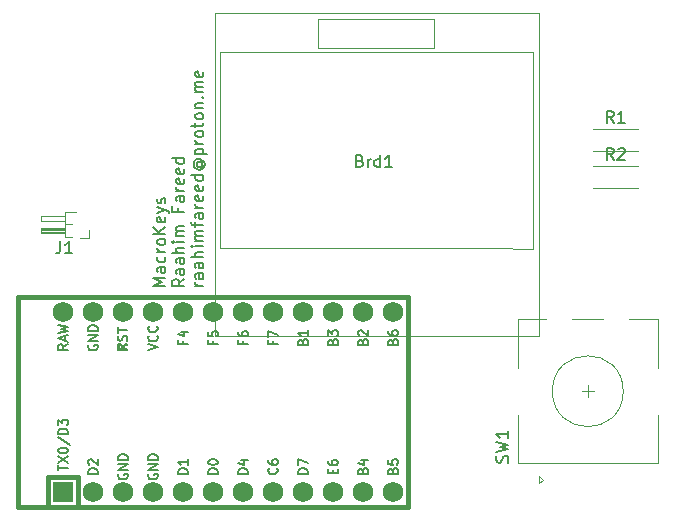
<source format=gbr>
%TF.GenerationSoftware,KiCad,Pcbnew,7.0.10*%
%TF.CreationDate,2024-04-28T13:40:23+05:00*%
%TF.ProjectId,custom_keyboard,63757374-6f6d-45f6-9b65-79626f617264,rev?*%
%TF.SameCoordinates,Original*%
%TF.FileFunction,Legend,Top*%
%TF.FilePolarity,Positive*%
%FSLAX46Y46*%
G04 Gerber Fmt 4.6, Leading zero omitted, Abs format (unit mm)*
G04 Created by KiCad (PCBNEW 7.0.10) date 2024-04-28 13:40:23*
%MOMM*%
%LPD*%
G01*
G04 APERTURE LIST*
%ADD10C,0.150000*%
%ADD11C,0.120000*%
%ADD12C,0.381000*%
%ADD13R,1.752600X1.752600*%
%ADD14C,1.752600*%
G04 APERTURE END LIST*
D10*
X27606069Y-39350720D02*
X26606069Y-39350720D01*
X26606069Y-39350720D02*
X27320354Y-39017387D01*
X27320354Y-39017387D02*
X26606069Y-38684054D01*
X26606069Y-38684054D02*
X27606069Y-38684054D01*
X27606069Y-37779292D02*
X27082259Y-37779292D01*
X27082259Y-37779292D02*
X26987021Y-37826911D01*
X26987021Y-37826911D02*
X26939402Y-37922149D01*
X26939402Y-37922149D02*
X26939402Y-38112625D01*
X26939402Y-38112625D02*
X26987021Y-38207863D01*
X27558450Y-37779292D02*
X27606069Y-37874530D01*
X27606069Y-37874530D02*
X27606069Y-38112625D01*
X27606069Y-38112625D02*
X27558450Y-38207863D01*
X27558450Y-38207863D02*
X27463211Y-38255482D01*
X27463211Y-38255482D02*
X27367973Y-38255482D01*
X27367973Y-38255482D02*
X27272735Y-38207863D01*
X27272735Y-38207863D02*
X27225116Y-38112625D01*
X27225116Y-38112625D02*
X27225116Y-37874530D01*
X27225116Y-37874530D02*
X27177497Y-37779292D01*
X27558450Y-36874530D02*
X27606069Y-36969768D01*
X27606069Y-36969768D02*
X27606069Y-37160244D01*
X27606069Y-37160244D02*
X27558450Y-37255482D01*
X27558450Y-37255482D02*
X27510830Y-37303101D01*
X27510830Y-37303101D02*
X27415592Y-37350720D01*
X27415592Y-37350720D02*
X27129878Y-37350720D01*
X27129878Y-37350720D02*
X27034640Y-37303101D01*
X27034640Y-37303101D02*
X26987021Y-37255482D01*
X26987021Y-37255482D02*
X26939402Y-37160244D01*
X26939402Y-37160244D02*
X26939402Y-36969768D01*
X26939402Y-36969768D02*
X26987021Y-36874530D01*
X27606069Y-36445958D02*
X26939402Y-36445958D01*
X27129878Y-36445958D02*
X27034640Y-36398339D01*
X27034640Y-36398339D02*
X26987021Y-36350720D01*
X26987021Y-36350720D02*
X26939402Y-36255482D01*
X26939402Y-36255482D02*
X26939402Y-36160244D01*
X27606069Y-35684053D02*
X27558450Y-35779291D01*
X27558450Y-35779291D02*
X27510830Y-35826910D01*
X27510830Y-35826910D02*
X27415592Y-35874529D01*
X27415592Y-35874529D02*
X27129878Y-35874529D01*
X27129878Y-35874529D02*
X27034640Y-35826910D01*
X27034640Y-35826910D02*
X26987021Y-35779291D01*
X26987021Y-35779291D02*
X26939402Y-35684053D01*
X26939402Y-35684053D02*
X26939402Y-35541196D01*
X26939402Y-35541196D02*
X26987021Y-35445958D01*
X26987021Y-35445958D02*
X27034640Y-35398339D01*
X27034640Y-35398339D02*
X27129878Y-35350720D01*
X27129878Y-35350720D02*
X27415592Y-35350720D01*
X27415592Y-35350720D02*
X27510830Y-35398339D01*
X27510830Y-35398339D02*
X27558450Y-35445958D01*
X27558450Y-35445958D02*
X27606069Y-35541196D01*
X27606069Y-35541196D02*
X27606069Y-35684053D01*
X27606069Y-34922148D02*
X26606069Y-34922148D01*
X27606069Y-34350720D02*
X27034640Y-34779291D01*
X26606069Y-34350720D02*
X27177497Y-34922148D01*
X27558450Y-33541196D02*
X27606069Y-33636434D01*
X27606069Y-33636434D02*
X27606069Y-33826910D01*
X27606069Y-33826910D02*
X27558450Y-33922148D01*
X27558450Y-33922148D02*
X27463211Y-33969767D01*
X27463211Y-33969767D02*
X27082259Y-33969767D01*
X27082259Y-33969767D02*
X26987021Y-33922148D01*
X26987021Y-33922148D02*
X26939402Y-33826910D01*
X26939402Y-33826910D02*
X26939402Y-33636434D01*
X26939402Y-33636434D02*
X26987021Y-33541196D01*
X26987021Y-33541196D02*
X27082259Y-33493577D01*
X27082259Y-33493577D02*
X27177497Y-33493577D01*
X27177497Y-33493577D02*
X27272735Y-33969767D01*
X26939402Y-33160243D02*
X27606069Y-32922148D01*
X26939402Y-32684053D02*
X27606069Y-32922148D01*
X27606069Y-32922148D02*
X27844164Y-33017386D01*
X27844164Y-33017386D02*
X27891783Y-33065005D01*
X27891783Y-33065005D02*
X27939402Y-33160243D01*
X27558450Y-32350719D02*
X27606069Y-32255481D01*
X27606069Y-32255481D02*
X27606069Y-32065005D01*
X27606069Y-32065005D02*
X27558450Y-31969767D01*
X27558450Y-31969767D02*
X27463211Y-31922148D01*
X27463211Y-31922148D02*
X27415592Y-31922148D01*
X27415592Y-31922148D02*
X27320354Y-31969767D01*
X27320354Y-31969767D02*
X27272735Y-32065005D01*
X27272735Y-32065005D02*
X27272735Y-32207862D01*
X27272735Y-32207862D02*
X27225116Y-32303100D01*
X27225116Y-32303100D02*
X27129878Y-32350719D01*
X27129878Y-32350719D02*
X27082259Y-32350719D01*
X27082259Y-32350719D02*
X26987021Y-32303100D01*
X26987021Y-32303100D02*
X26939402Y-32207862D01*
X26939402Y-32207862D02*
X26939402Y-32065005D01*
X26939402Y-32065005D02*
X26987021Y-31969767D01*
X29216069Y-38779292D02*
X28739878Y-39112625D01*
X29216069Y-39350720D02*
X28216069Y-39350720D01*
X28216069Y-39350720D02*
X28216069Y-38969768D01*
X28216069Y-38969768D02*
X28263688Y-38874530D01*
X28263688Y-38874530D02*
X28311307Y-38826911D01*
X28311307Y-38826911D02*
X28406545Y-38779292D01*
X28406545Y-38779292D02*
X28549402Y-38779292D01*
X28549402Y-38779292D02*
X28644640Y-38826911D01*
X28644640Y-38826911D02*
X28692259Y-38874530D01*
X28692259Y-38874530D02*
X28739878Y-38969768D01*
X28739878Y-38969768D02*
X28739878Y-39350720D01*
X29216069Y-37922149D02*
X28692259Y-37922149D01*
X28692259Y-37922149D02*
X28597021Y-37969768D01*
X28597021Y-37969768D02*
X28549402Y-38065006D01*
X28549402Y-38065006D02*
X28549402Y-38255482D01*
X28549402Y-38255482D02*
X28597021Y-38350720D01*
X29168450Y-37922149D02*
X29216069Y-38017387D01*
X29216069Y-38017387D02*
X29216069Y-38255482D01*
X29216069Y-38255482D02*
X29168450Y-38350720D01*
X29168450Y-38350720D02*
X29073211Y-38398339D01*
X29073211Y-38398339D02*
X28977973Y-38398339D01*
X28977973Y-38398339D02*
X28882735Y-38350720D01*
X28882735Y-38350720D02*
X28835116Y-38255482D01*
X28835116Y-38255482D02*
X28835116Y-38017387D01*
X28835116Y-38017387D02*
X28787497Y-37922149D01*
X29216069Y-37017387D02*
X28692259Y-37017387D01*
X28692259Y-37017387D02*
X28597021Y-37065006D01*
X28597021Y-37065006D02*
X28549402Y-37160244D01*
X28549402Y-37160244D02*
X28549402Y-37350720D01*
X28549402Y-37350720D02*
X28597021Y-37445958D01*
X29168450Y-37017387D02*
X29216069Y-37112625D01*
X29216069Y-37112625D02*
X29216069Y-37350720D01*
X29216069Y-37350720D02*
X29168450Y-37445958D01*
X29168450Y-37445958D02*
X29073211Y-37493577D01*
X29073211Y-37493577D02*
X28977973Y-37493577D01*
X28977973Y-37493577D02*
X28882735Y-37445958D01*
X28882735Y-37445958D02*
X28835116Y-37350720D01*
X28835116Y-37350720D02*
X28835116Y-37112625D01*
X28835116Y-37112625D02*
X28787497Y-37017387D01*
X29216069Y-36541196D02*
X28216069Y-36541196D01*
X29216069Y-36112625D02*
X28692259Y-36112625D01*
X28692259Y-36112625D02*
X28597021Y-36160244D01*
X28597021Y-36160244D02*
X28549402Y-36255482D01*
X28549402Y-36255482D02*
X28549402Y-36398339D01*
X28549402Y-36398339D02*
X28597021Y-36493577D01*
X28597021Y-36493577D02*
X28644640Y-36541196D01*
X29216069Y-35636434D02*
X28549402Y-35636434D01*
X28216069Y-35636434D02*
X28263688Y-35684053D01*
X28263688Y-35684053D02*
X28311307Y-35636434D01*
X28311307Y-35636434D02*
X28263688Y-35588815D01*
X28263688Y-35588815D02*
X28216069Y-35636434D01*
X28216069Y-35636434D02*
X28311307Y-35636434D01*
X29216069Y-35160244D02*
X28549402Y-35160244D01*
X28644640Y-35160244D02*
X28597021Y-35112625D01*
X28597021Y-35112625D02*
X28549402Y-35017387D01*
X28549402Y-35017387D02*
X28549402Y-34874530D01*
X28549402Y-34874530D02*
X28597021Y-34779292D01*
X28597021Y-34779292D02*
X28692259Y-34731673D01*
X28692259Y-34731673D02*
X29216069Y-34731673D01*
X28692259Y-34731673D02*
X28597021Y-34684054D01*
X28597021Y-34684054D02*
X28549402Y-34588816D01*
X28549402Y-34588816D02*
X28549402Y-34445959D01*
X28549402Y-34445959D02*
X28597021Y-34350720D01*
X28597021Y-34350720D02*
X28692259Y-34303101D01*
X28692259Y-34303101D02*
X29216069Y-34303101D01*
X28692259Y-32731673D02*
X28692259Y-33065006D01*
X29216069Y-33065006D02*
X28216069Y-33065006D01*
X28216069Y-33065006D02*
X28216069Y-32588816D01*
X29216069Y-31779292D02*
X28692259Y-31779292D01*
X28692259Y-31779292D02*
X28597021Y-31826911D01*
X28597021Y-31826911D02*
X28549402Y-31922149D01*
X28549402Y-31922149D02*
X28549402Y-32112625D01*
X28549402Y-32112625D02*
X28597021Y-32207863D01*
X29168450Y-31779292D02*
X29216069Y-31874530D01*
X29216069Y-31874530D02*
X29216069Y-32112625D01*
X29216069Y-32112625D02*
X29168450Y-32207863D01*
X29168450Y-32207863D02*
X29073211Y-32255482D01*
X29073211Y-32255482D02*
X28977973Y-32255482D01*
X28977973Y-32255482D02*
X28882735Y-32207863D01*
X28882735Y-32207863D02*
X28835116Y-32112625D01*
X28835116Y-32112625D02*
X28835116Y-31874530D01*
X28835116Y-31874530D02*
X28787497Y-31779292D01*
X29216069Y-31303101D02*
X28549402Y-31303101D01*
X28739878Y-31303101D02*
X28644640Y-31255482D01*
X28644640Y-31255482D02*
X28597021Y-31207863D01*
X28597021Y-31207863D02*
X28549402Y-31112625D01*
X28549402Y-31112625D02*
X28549402Y-31017387D01*
X29168450Y-30303101D02*
X29216069Y-30398339D01*
X29216069Y-30398339D02*
X29216069Y-30588815D01*
X29216069Y-30588815D02*
X29168450Y-30684053D01*
X29168450Y-30684053D02*
X29073211Y-30731672D01*
X29073211Y-30731672D02*
X28692259Y-30731672D01*
X28692259Y-30731672D02*
X28597021Y-30684053D01*
X28597021Y-30684053D02*
X28549402Y-30588815D01*
X28549402Y-30588815D02*
X28549402Y-30398339D01*
X28549402Y-30398339D02*
X28597021Y-30303101D01*
X28597021Y-30303101D02*
X28692259Y-30255482D01*
X28692259Y-30255482D02*
X28787497Y-30255482D01*
X28787497Y-30255482D02*
X28882735Y-30731672D01*
X29168450Y-29445958D02*
X29216069Y-29541196D01*
X29216069Y-29541196D02*
X29216069Y-29731672D01*
X29216069Y-29731672D02*
X29168450Y-29826910D01*
X29168450Y-29826910D02*
X29073211Y-29874529D01*
X29073211Y-29874529D02*
X28692259Y-29874529D01*
X28692259Y-29874529D02*
X28597021Y-29826910D01*
X28597021Y-29826910D02*
X28549402Y-29731672D01*
X28549402Y-29731672D02*
X28549402Y-29541196D01*
X28549402Y-29541196D02*
X28597021Y-29445958D01*
X28597021Y-29445958D02*
X28692259Y-29398339D01*
X28692259Y-29398339D02*
X28787497Y-29398339D01*
X28787497Y-29398339D02*
X28882735Y-29874529D01*
X29216069Y-28541196D02*
X28216069Y-28541196D01*
X29168450Y-28541196D02*
X29216069Y-28636434D01*
X29216069Y-28636434D02*
X29216069Y-28826910D01*
X29216069Y-28826910D02*
X29168450Y-28922148D01*
X29168450Y-28922148D02*
X29120830Y-28969767D01*
X29120830Y-28969767D02*
X29025592Y-29017386D01*
X29025592Y-29017386D02*
X28739878Y-29017386D01*
X28739878Y-29017386D02*
X28644640Y-28969767D01*
X28644640Y-28969767D02*
X28597021Y-28922148D01*
X28597021Y-28922148D02*
X28549402Y-28826910D01*
X28549402Y-28826910D02*
X28549402Y-28636434D01*
X28549402Y-28636434D02*
X28597021Y-28541196D01*
X30826069Y-39350720D02*
X30159402Y-39350720D01*
X30349878Y-39350720D02*
X30254640Y-39303101D01*
X30254640Y-39303101D02*
X30207021Y-39255482D01*
X30207021Y-39255482D02*
X30159402Y-39160244D01*
X30159402Y-39160244D02*
X30159402Y-39065006D01*
X30826069Y-38303101D02*
X30302259Y-38303101D01*
X30302259Y-38303101D02*
X30207021Y-38350720D01*
X30207021Y-38350720D02*
X30159402Y-38445958D01*
X30159402Y-38445958D02*
X30159402Y-38636434D01*
X30159402Y-38636434D02*
X30207021Y-38731672D01*
X30778450Y-38303101D02*
X30826069Y-38398339D01*
X30826069Y-38398339D02*
X30826069Y-38636434D01*
X30826069Y-38636434D02*
X30778450Y-38731672D01*
X30778450Y-38731672D02*
X30683211Y-38779291D01*
X30683211Y-38779291D02*
X30587973Y-38779291D01*
X30587973Y-38779291D02*
X30492735Y-38731672D01*
X30492735Y-38731672D02*
X30445116Y-38636434D01*
X30445116Y-38636434D02*
X30445116Y-38398339D01*
X30445116Y-38398339D02*
X30397497Y-38303101D01*
X30826069Y-37398339D02*
X30302259Y-37398339D01*
X30302259Y-37398339D02*
X30207021Y-37445958D01*
X30207021Y-37445958D02*
X30159402Y-37541196D01*
X30159402Y-37541196D02*
X30159402Y-37731672D01*
X30159402Y-37731672D02*
X30207021Y-37826910D01*
X30778450Y-37398339D02*
X30826069Y-37493577D01*
X30826069Y-37493577D02*
X30826069Y-37731672D01*
X30826069Y-37731672D02*
X30778450Y-37826910D01*
X30778450Y-37826910D02*
X30683211Y-37874529D01*
X30683211Y-37874529D02*
X30587973Y-37874529D01*
X30587973Y-37874529D02*
X30492735Y-37826910D01*
X30492735Y-37826910D02*
X30445116Y-37731672D01*
X30445116Y-37731672D02*
X30445116Y-37493577D01*
X30445116Y-37493577D02*
X30397497Y-37398339D01*
X30826069Y-36922148D02*
X29826069Y-36922148D01*
X30826069Y-36493577D02*
X30302259Y-36493577D01*
X30302259Y-36493577D02*
X30207021Y-36541196D01*
X30207021Y-36541196D02*
X30159402Y-36636434D01*
X30159402Y-36636434D02*
X30159402Y-36779291D01*
X30159402Y-36779291D02*
X30207021Y-36874529D01*
X30207021Y-36874529D02*
X30254640Y-36922148D01*
X30826069Y-36017386D02*
X30159402Y-36017386D01*
X29826069Y-36017386D02*
X29873688Y-36065005D01*
X29873688Y-36065005D02*
X29921307Y-36017386D01*
X29921307Y-36017386D02*
X29873688Y-35969767D01*
X29873688Y-35969767D02*
X29826069Y-36017386D01*
X29826069Y-36017386D02*
X29921307Y-36017386D01*
X30826069Y-35541196D02*
X30159402Y-35541196D01*
X30254640Y-35541196D02*
X30207021Y-35493577D01*
X30207021Y-35493577D02*
X30159402Y-35398339D01*
X30159402Y-35398339D02*
X30159402Y-35255482D01*
X30159402Y-35255482D02*
X30207021Y-35160244D01*
X30207021Y-35160244D02*
X30302259Y-35112625D01*
X30302259Y-35112625D02*
X30826069Y-35112625D01*
X30302259Y-35112625D02*
X30207021Y-35065006D01*
X30207021Y-35065006D02*
X30159402Y-34969768D01*
X30159402Y-34969768D02*
X30159402Y-34826911D01*
X30159402Y-34826911D02*
X30207021Y-34731672D01*
X30207021Y-34731672D02*
X30302259Y-34684053D01*
X30302259Y-34684053D02*
X30826069Y-34684053D01*
X30159402Y-34350720D02*
X30159402Y-33969768D01*
X30826069Y-34207863D02*
X29968926Y-34207863D01*
X29968926Y-34207863D02*
X29873688Y-34160244D01*
X29873688Y-34160244D02*
X29826069Y-34065006D01*
X29826069Y-34065006D02*
X29826069Y-33969768D01*
X30826069Y-33207863D02*
X30302259Y-33207863D01*
X30302259Y-33207863D02*
X30207021Y-33255482D01*
X30207021Y-33255482D02*
X30159402Y-33350720D01*
X30159402Y-33350720D02*
X30159402Y-33541196D01*
X30159402Y-33541196D02*
X30207021Y-33636434D01*
X30778450Y-33207863D02*
X30826069Y-33303101D01*
X30826069Y-33303101D02*
X30826069Y-33541196D01*
X30826069Y-33541196D02*
X30778450Y-33636434D01*
X30778450Y-33636434D02*
X30683211Y-33684053D01*
X30683211Y-33684053D02*
X30587973Y-33684053D01*
X30587973Y-33684053D02*
X30492735Y-33636434D01*
X30492735Y-33636434D02*
X30445116Y-33541196D01*
X30445116Y-33541196D02*
X30445116Y-33303101D01*
X30445116Y-33303101D02*
X30397497Y-33207863D01*
X30826069Y-32731672D02*
X30159402Y-32731672D01*
X30349878Y-32731672D02*
X30254640Y-32684053D01*
X30254640Y-32684053D02*
X30207021Y-32636434D01*
X30207021Y-32636434D02*
X30159402Y-32541196D01*
X30159402Y-32541196D02*
X30159402Y-32445958D01*
X30778450Y-31731672D02*
X30826069Y-31826910D01*
X30826069Y-31826910D02*
X30826069Y-32017386D01*
X30826069Y-32017386D02*
X30778450Y-32112624D01*
X30778450Y-32112624D02*
X30683211Y-32160243D01*
X30683211Y-32160243D02*
X30302259Y-32160243D01*
X30302259Y-32160243D02*
X30207021Y-32112624D01*
X30207021Y-32112624D02*
X30159402Y-32017386D01*
X30159402Y-32017386D02*
X30159402Y-31826910D01*
X30159402Y-31826910D02*
X30207021Y-31731672D01*
X30207021Y-31731672D02*
X30302259Y-31684053D01*
X30302259Y-31684053D02*
X30397497Y-31684053D01*
X30397497Y-31684053D02*
X30492735Y-32160243D01*
X30778450Y-30874529D02*
X30826069Y-30969767D01*
X30826069Y-30969767D02*
X30826069Y-31160243D01*
X30826069Y-31160243D02*
X30778450Y-31255481D01*
X30778450Y-31255481D02*
X30683211Y-31303100D01*
X30683211Y-31303100D02*
X30302259Y-31303100D01*
X30302259Y-31303100D02*
X30207021Y-31255481D01*
X30207021Y-31255481D02*
X30159402Y-31160243D01*
X30159402Y-31160243D02*
X30159402Y-30969767D01*
X30159402Y-30969767D02*
X30207021Y-30874529D01*
X30207021Y-30874529D02*
X30302259Y-30826910D01*
X30302259Y-30826910D02*
X30397497Y-30826910D01*
X30397497Y-30826910D02*
X30492735Y-31303100D01*
X30826069Y-29969767D02*
X29826069Y-29969767D01*
X30778450Y-29969767D02*
X30826069Y-30065005D01*
X30826069Y-30065005D02*
X30826069Y-30255481D01*
X30826069Y-30255481D02*
X30778450Y-30350719D01*
X30778450Y-30350719D02*
X30730830Y-30398338D01*
X30730830Y-30398338D02*
X30635592Y-30445957D01*
X30635592Y-30445957D02*
X30349878Y-30445957D01*
X30349878Y-30445957D02*
X30254640Y-30398338D01*
X30254640Y-30398338D02*
X30207021Y-30350719D01*
X30207021Y-30350719D02*
X30159402Y-30255481D01*
X30159402Y-30255481D02*
X30159402Y-30065005D01*
X30159402Y-30065005D02*
X30207021Y-29969767D01*
X30349878Y-28874529D02*
X30302259Y-28922148D01*
X30302259Y-28922148D02*
X30254640Y-29017386D01*
X30254640Y-29017386D02*
X30254640Y-29112624D01*
X30254640Y-29112624D02*
X30302259Y-29207862D01*
X30302259Y-29207862D02*
X30349878Y-29255481D01*
X30349878Y-29255481D02*
X30445116Y-29303100D01*
X30445116Y-29303100D02*
X30540354Y-29303100D01*
X30540354Y-29303100D02*
X30635592Y-29255481D01*
X30635592Y-29255481D02*
X30683211Y-29207862D01*
X30683211Y-29207862D02*
X30730830Y-29112624D01*
X30730830Y-29112624D02*
X30730830Y-29017386D01*
X30730830Y-29017386D02*
X30683211Y-28922148D01*
X30683211Y-28922148D02*
X30635592Y-28874529D01*
X30254640Y-28874529D02*
X30635592Y-28874529D01*
X30635592Y-28874529D02*
X30683211Y-28826910D01*
X30683211Y-28826910D02*
X30683211Y-28779291D01*
X30683211Y-28779291D02*
X30635592Y-28684052D01*
X30635592Y-28684052D02*
X30540354Y-28636433D01*
X30540354Y-28636433D02*
X30302259Y-28636433D01*
X30302259Y-28636433D02*
X30159402Y-28731672D01*
X30159402Y-28731672D02*
X30064164Y-28874529D01*
X30064164Y-28874529D02*
X30016545Y-29065005D01*
X30016545Y-29065005D02*
X30064164Y-29255481D01*
X30064164Y-29255481D02*
X30159402Y-29398338D01*
X30159402Y-29398338D02*
X30302259Y-29493576D01*
X30302259Y-29493576D02*
X30492735Y-29541195D01*
X30492735Y-29541195D02*
X30683211Y-29493576D01*
X30683211Y-29493576D02*
X30826069Y-29398338D01*
X30826069Y-29398338D02*
X30921307Y-29255481D01*
X30921307Y-29255481D02*
X30968926Y-29065005D01*
X30968926Y-29065005D02*
X30921307Y-28874529D01*
X30921307Y-28874529D02*
X30826069Y-28731672D01*
X30159402Y-28207862D02*
X31159402Y-28207862D01*
X30207021Y-28207862D02*
X30159402Y-28112624D01*
X30159402Y-28112624D02*
X30159402Y-27922148D01*
X30159402Y-27922148D02*
X30207021Y-27826910D01*
X30207021Y-27826910D02*
X30254640Y-27779291D01*
X30254640Y-27779291D02*
X30349878Y-27731672D01*
X30349878Y-27731672D02*
X30635592Y-27731672D01*
X30635592Y-27731672D02*
X30730830Y-27779291D01*
X30730830Y-27779291D02*
X30778450Y-27826910D01*
X30778450Y-27826910D02*
X30826069Y-27922148D01*
X30826069Y-27922148D02*
X30826069Y-28112624D01*
X30826069Y-28112624D02*
X30778450Y-28207862D01*
X30826069Y-27303100D02*
X30159402Y-27303100D01*
X30349878Y-27303100D02*
X30254640Y-27255481D01*
X30254640Y-27255481D02*
X30207021Y-27207862D01*
X30207021Y-27207862D02*
X30159402Y-27112624D01*
X30159402Y-27112624D02*
X30159402Y-27017386D01*
X30826069Y-26541195D02*
X30778450Y-26636433D01*
X30778450Y-26636433D02*
X30730830Y-26684052D01*
X30730830Y-26684052D02*
X30635592Y-26731671D01*
X30635592Y-26731671D02*
X30349878Y-26731671D01*
X30349878Y-26731671D02*
X30254640Y-26684052D01*
X30254640Y-26684052D02*
X30207021Y-26636433D01*
X30207021Y-26636433D02*
X30159402Y-26541195D01*
X30159402Y-26541195D02*
X30159402Y-26398338D01*
X30159402Y-26398338D02*
X30207021Y-26303100D01*
X30207021Y-26303100D02*
X30254640Y-26255481D01*
X30254640Y-26255481D02*
X30349878Y-26207862D01*
X30349878Y-26207862D02*
X30635592Y-26207862D01*
X30635592Y-26207862D02*
X30730830Y-26255481D01*
X30730830Y-26255481D02*
X30778450Y-26303100D01*
X30778450Y-26303100D02*
X30826069Y-26398338D01*
X30826069Y-26398338D02*
X30826069Y-26541195D01*
X30159402Y-25922147D02*
X30159402Y-25541195D01*
X29826069Y-25779290D02*
X30683211Y-25779290D01*
X30683211Y-25779290D02*
X30778450Y-25731671D01*
X30778450Y-25731671D02*
X30826069Y-25636433D01*
X30826069Y-25636433D02*
X30826069Y-25541195D01*
X30826069Y-25065004D02*
X30778450Y-25160242D01*
X30778450Y-25160242D02*
X30730830Y-25207861D01*
X30730830Y-25207861D02*
X30635592Y-25255480D01*
X30635592Y-25255480D02*
X30349878Y-25255480D01*
X30349878Y-25255480D02*
X30254640Y-25207861D01*
X30254640Y-25207861D02*
X30207021Y-25160242D01*
X30207021Y-25160242D02*
X30159402Y-25065004D01*
X30159402Y-25065004D02*
X30159402Y-24922147D01*
X30159402Y-24922147D02*
X30207021Y-24826909D01*
X30207021Y-24826909D02*
X30254640Y-24779290D01*
X30254640Y-24779290D02*
X30349878Y-24731671D01*
X30349878Y-24731671D02*
X30635592Y-24731671D01*
X30635592Y-24731671D02*
X30730830Y-24779290D01*
X30730830Y-24779290D02*
X30778450Y-24826909D01*
X30778450Y-24826909D02*
X30826069Y-24922147D01*
X30826069Y-24922147D02*
X30826069Y-25065004D01*
X30159402Y-24303099D02*
X30826069Y-24303099D01*
X30254640Y-24303099D02*
X30207021Y-24255480D01*
X30207021Y-24255480D02*
X30159402Y-24160242D01*
X30159402Y-24160242D02*
X30159402Y-24017385D01*
X30159402Y-24017385D02*
X30207021Y-23922147D01*
X30207021Y-23922147D02*
X30302259Y-23874528D01*
X30302259Y-23874528D02*
X30826069Y-23874528D01*
X30730830Y-23398337D02*
X30778450Y-23350718D01*
X30778450Y-23350718D02*
X30826069Y-23398337D01*
X30826069Y-23398337D02*
X30778450Y-23445956D01*
X30778450Y-23445956D02*
X30730830Y-23398337D01*
X30730830Y-23398337D02*
X30826069Y-23398337D01*
X30826069Y-22922147D02*
X30159402Y-22922147D01*
X30254640Y-22922147D02*
X30207021Y-22874528D01*
X30207021Y-22874528D02*
X30159402Y-22779290D01*
X30159402Y-22779290D02*
X30159402Y-22636433D01*
X30159402Y-22636433D02*
X30207021Y-22541195D01*
X30207021Y-22541195D02*
X30302259Y-22493576D01*
X30302259Y-22493576D02*
X30826069Y-22493576D01*
X30302259Y-22493576D02*
X30207021Y-22445957D01*
X30207021Y-22445957D02*
X30159402Y-22350719D01*
X30159402Y-22350719D02*
X30159402Y-22207862D01*
X30159402Y-22207862D02*
X30207021Y-22112623D01*
X30207021Y-22112623D02*
X30302259Y-22065004D01*
X30302259Y-22065004D02*
X30826069Y-22065004D01*
X30778450Y-21207862D02*
X30826069Y-21303100D01*
X30826069Y-21303100D02*
X30826069Y-21493576D01*
X30826069Y-21493576D02*
X30778450Y-21588814D01*
X30778450Y-21588814D02*
X30683211Y-21636433D01*
X30683211Y-21636433D02*
X30302259Y-21636433D01*
X30302259Y-21636433D02*
X30207021Y-21588814D01*
X30207021Y-21588814D02*
X30159402Y-21493576D01*
X30159402Y-21493576D02*
X30159402Y-21303100D01*
X30159402Y-21303100D02*
X30207021Y-21207862D01*
X30207021Y-21207862D02*
X30302259Y-21160243D01*
X30302259Y-21160243D02*
X30397497Y-21160243D01*
X30397497Y-21160243D02*
X30492735Y-21636433D01*
X65555833Y-28697319D02*
X65222500Y-28221128D01*
X64984405Y-28697319D02*
X64984405Y-27697319D01*
X64984405Y-27697319D02*
X65365357Y-27697319D01*
X65365357Y-27697319D02*
X65460595Y-27744938D01*
X65460595Y-27744938D02*
X65508214Y-27792557D01*
X65508214Y-27792557D02*
X65555833Y-27887795D01*
X65555833Y-27887795D02*
X65555833Y-28030652D01*
X65555833Y-28030652D02*
X65508214Y-28125890D01*
X65508214Y-28125890D02*
X65460595Y-28173509D01*
X65460595Y-28173509D02*
X65365357Y-28221128D01*
X65365357Y-28221128D02*
X64984405Y-28221128D01*
X65936786Y-27792557D02*
X65984405Y-27744938D01*
X65984405Y-27744938D02*
X66079643Y-27697319D01*
X66079643Y-27697319D02*
X66317738Y-27697319D01*
X66317738Y-27697319D02*
X66412976Y-27744938D01*
X66412976Y-27744938D02*
X66460595Y-27792557D01*
X66460595Y-27792557D02*
X66508214Y-27887795D01*
X66508214Y-27887795D02*
X66508214Y-27983033D01*
X66508214Y-27983033D02*
X66460595Y-28125890D01*
X66460595Y-28125890D02*
X65889167Y-28697319D01*
X65889167Y-28697319D02*
X66508214Y-28697319D01*
X65555833Y-25547319D02*
X65222500Y-25071128D01*
X64984405Y-25547319D02*
X64984405Y-24547319D01*
X64984405Y-24547319D02*
X65365357Y-24547319D01*
X65365357Y-24547319D02*
X65460595Y-24594938D01*
X65460595Y-24594938D02*
X65508214Y-24642557D01*
X65508214Y-24642557D02*
X65555833Y-24737795D01*
X65555833Y-24737795D02*
X65555833Y-24880652D01*
X65555833Y-24880652D02*
X65508214Y-24975890D01*
X65508214Y-24975890D02*
X65460595Y-25023509D01*
X65460595Y-25023509D02*
X65365357Y-25071128D01*
X65365357Y-25071128D02*
X64984405Y-25071128D01*
X66508214Y-25547319D02*
X65936786Y-25547319D01*
X66222500Y-25547319D02*
X66222500Y-24547319D01*
X66222500Y-24547319D02*
X66127262Y-24690176D01*
X66127262Y-24690176D02*
X66032024Y-24785414D01*
X66032024Y-24785414D02*
X65936786Y-24833033D01*
X44077083Y-28760009D02*
X44219940Y-28807628D01*
X44219940Y-28807628D02*
X44267559Y-28855247D01*
X44267559Y-28855247D02*
X44315178Y-28950485D01*
X44315178Y-28950485D02*
X44315178Y-29093342D01*
X44315178Y-29093342D02*
X44267559Y-29188580D01*
X44267559Y-29188580D02*
X44219940Y-29236200D01*
X44219940Y-29236200D02*
X44124702Y-29283819D01*
X44124702Y-29283819D02*
X43743750Y-29283819D01*
X43743750Y-29283819D02*
X43743750Y-28283819D01*
X43743750Y-28283819D02*
X44077083Y-28283819D01*
X44077083Y-28283819D02*
X44172321Y-28331438D01*
X44172321Y-28331438D02*
X44219940Y-28379057D01*
X44219940Y-28379057D02*
X44267559Y-28474295D01*
X44267559Y-28474295D02*
X44267559Y-28569533D01*
X44267559Y-28569533D02*
X44219940Y-28664771D01*
X44219940Y-28664771D02*
X44172321Y-28712390D01*
X44172321Y-28712390D02*
X44077083Y-28760009D01*
X44077083Y-28760009D02*
X43743750Y-28760009D01*
X44743750Y-29283819D02*
X44743750Y-28617152D01*
X44743750Y-28807628D02*
X44791369Y-28712390D01*
X44791369Y-28712390D02*
X44838988Y-28664771D01*
X44838988Y-28664771D02*
X44934226Y-28617152D01*
X44934226Y-28617152D02*
X45029464Y-28617152D01*
X45791369Y-29283819D02*
X45791369Y-28283819D01*
X45791369Y-29236200D02*
X45696131Y-29283819D01*
X45696131Y-29283819D02*
X45505655Y-29283819D01*
X45505655Y-29283819D02*
X45410417Y-29236200D01*
X45410417Y-29236200D02*
X45362798Y-29188580D01*
X45362798Y-29188580D02*
X45315179Y-29093342D01*
X45315179Y-29093342D02*
X45315179Y-28807628D01*
X45315179Y-28807628D02*
X45362798Y-28712390D01*
X45362798Y-28712390D02*
X45410417Y-28664771D01*
X45410417Y-28664771D02*
X45505655Y-28617152D01*
X45505655Y-28617152D02*
X45696131Y-28617152D01*
X45696131Y-28617152D02*
X45791369Y-28664771D01*
X46791369Y-29283819D02*
X46219941Y-29283819D01*
X46505655Y-29283819D02*
X46505655Y-28283819D01*
X46505655Y-28283819D02*
X46410417Y-28426676D01*
X46410417Y-28426676D02*
X46315179Y-28521914D01*
X46315179Y-28521914D02*
X46219941Y-28569533D01*
X56588450Y-54308332D02*
X56636069Y-54165475D01*
X56636069Y-54165475D02*
X56636069Y-53927380D01*
X56636069Y-53927380D02*
X56588450Y-53832142D01*
X56588450Y-53832142D02*
X56540830Y-53784523D01*
X56540830Y-53784523D02*
X56445592Y-53736904D01*
X56445592Y-53736904D02*
X56350354Y-53736904D01*
X56350354Y-53736904D02*
X56255116Y-53784523D01*
X56255116Y-53784523D02*
X56207497Y-53832142D01*
X56207497Y-53832142D02*
X56159878Y-53927380D01*
X56159878Y-53927380D02*
X56112259Y-54117856D01*
X56112259Y-54117856D02*
X56064640Y-54213094D01*
X56064640Y-54213094D02*
X56017021Y-54260713D01*
X56017021Y-54260713D02*
X55921783Y-54308332D01*
X55921783Y-54308332D02*
X55826545Y-54308332D01*
X55826545Y-54308332D02*
X55731307Y-54260713D01*
X55731307Y-54260713D02*
X55683688Y-54213094D01*
X55683688Y-54213094D02*
X55636069Y-54117856D01*
X55636069Y-54117856D02*
X55636069Y-53879761D01*
X55636069Y-53879761D02*
X55683688Y-53736904D01*
X55636069Y-53403570D02*
X56636069Y-53165475D01*
X56636069Y-53165475D02*
X55921783Y-52974999D01*
X55921783Y-52974999D02*
X56636069Y-52784523D01*
X56636069Y-52784523D02*
X55636069Y-52546428D01*
X56636069Y-51641666D02*
X56636069Y-52213094D01*
X56636069Y-51927380D02*
X55636069Y-51927380D01*
X55636069Y-51927380D02*
X55778926Y-52022618D01*
X55778926Y-52022618D02*
X55874164Y-52117856D01*
X55874164Y-52117856D02*
X55921783Y-52213094D01*
X41776247Y-44075309D02*
X41814342Y-43961023D01*
X41814342Y-43961023D02*
X41852438Y-43922928D01*
X41852438Y-43922928D02*
X41928628Y-43884832D01*
X41928628Y-43884832D02*
X42042914Y-43884832D01*
X42042914Y-43884832D02*
X42119104Y-43922928D01*
X42119104Y-43922928D02*
X42157200Y-43961023D01*
X42157200Y-43961023D02*
X42195295Y-44037213D01*
X42195295Y-44037213D02*
X42195295Y-44341975D01*
X42195295Y-44341975D02*
X41395295Y-44341975D01*
X41395295Y-44341975D02*
X41395295Y-44075309D01*
X41395295Y-44075309D02*
X41433390Y-43999118D01*
X41433390Y-43999118D02*
X41471485Y-43961023D01*
X41471485Y-43961023D02*
X41547676Y-43922928D01*
X41547676Y-43922928D02*
X41623866Y-43922928D01*
X41623866Y-43922928D02*
X41700057Y-43961023D01*
X41700057Y-43961023D02*
X41738152Y-43999118D01*
X41738152Y-43999118D02*
X41776247Y-44075309D01*
X41776247Y-44075309D02*
X41776247Y-44341975D01*
X41395295Y-43618166D02*
X41395295Y-43122928D01*
X41395295Y-43122928D02*
X41700057Y-43389594D01*
X41700057Y-43389594D02*
X41700057Y-43275309D01*
X41700057Y-43275309D02*
X41738152Y-43199118D01*
X41738152Y-43199118D02*
X41776247Y-43161023D01*
X41776247Y-43161023D02*
X41852438Y-43122928D01*
X41852438Y-43122928D02*
X42042914Y-43122928D01*
X42042914Y-43122928D02*
X42119104Y-43161023D01*
X42119104Y-43161023D02*
X42157200Y-43199118D01*
X42157200Y-43199118D02*
X42195295Y-43275309D01*
X42195295Y-43275309D02*
X42195295Y-43503880D01*
X42195295Y-43503880D02*
X42157200Y-43580071D01*
X42157200Y-43580071D02*
X42119104Y-43618166D01*
X31616247Y-44018166D02*
X31616247Y-44284832D01*
X32035295Y-44284832D02*
X31235295Y-44284832D01*
X31235295Y-44284832D02*
X31235295Y-43903880D01*
X31235295Y-43218166D02*
X31235295Y-43599118D01*
X31235295Y-43599118D02*
X31616247Y-43637214D01*
X31616247Y-43637214D02*
X31578152Y-43599118D01*
X31578152Y-43599118D02*
X31540057Y-43522928D01*
X31540057Y-43522928D02*
X31540057Y-43332452D01*
X31540057Y-43332452D02*
X31578152Y-43256261D01*
X31578152Y-43256261D02*
X31616247Y-43218166D01*
X31616247Y-43218166D02*
X31692438Y-43180071D01*
X31692438Y-43180071D02*
X31882914Y-43180071D01*
X31882914Y-43180071D02*
X31959104Y-43218166D01*
X31959104Y-43218166D02*
X31997200Y-43256261D01*
X31997200Y-43256261D02*
X32035295Y-43332452D01*
X32035295Y-43332452D02*
X32035295Y-43522928D01*
X32035295Y-43522928D02*
X31997200Y-43599118D01*
X31997200Y-43599118D02*
X31959104Y-43637214D01*
X19335295Y-44303880D02*
X18954342Y-44570547D01*
X19335295Y-44761023D02*
X18535295Y-44761023D01*
X18535295Y-44761023D02*
X18535295Y-44456261D01*
X18535295Y-44456261D02*
X18573390Y-44380071D01*
X18573390Y-44380071D02*
X18611485Y-44341976D01*
X18611485Y-44341976D02*
X18687676Y-44303880D01*
X18687676Y-44303880D02*
X18801961Y-44303880D01*
X18801961Y-44303880D02*
X18878152Y-44341976D01*
X18878152Y-44341976D02*
X18916247Y-44380071D01*
X18916247Y-44380071D02*
X18954342Y-44456261D01*
X18954342Y-44456261D02*
X18954342Y-44761023D01*
X19106723Y-43999119D02*
X19106723Y-43618166D01*
X19335295Y-44075309D02*
X18535295Y-43808642D01*
X18535295Y-43808642D02*
X19335295Y-43541976D01*
X18535295Y-43351500D02*
X19335295Y-43161024D01*
X19335295Y-43161024D02*
X18763866Y-43008643D01*
X18763866Y-43008643D02*
X19335295Y-42856262D01*
X19335295Y-42856262D02*
X18535295Y-42665786D01*
X34156247Y-44018166D02*
X34156247Y-44284832D01*
X34575295Y-44284832D02*
X33775295Y-44284832D01*
X33775295Y-44284832D02*
X33775295Y-43903880D01*
X33775295Y-43256261D02*
X33775295Y-43408642D01*
X33775295Y-43408642D02*
X33813390Y-43484833D01*
X33813390Y-43484833D02*
X33851485Y-43522928D01*
X33851485Y-43522928D02*
X33965771Y-43599118D01*
X33965771Y-43599118D02*
X34118152Y-43637214D01*
X34118152Y-43637214D02*
X34422914Y-43637214D01*
X34422914Y-43637214D02*
X34499104Y-43599118D01*
X34499104Y-43599118D02*
X34537200Y-43561023D01*
X34537200Y-43561023D02*
X34575295Y-43484833D01*
X34575295Y-43484833D02*
X34575295Y-43332452D01*
X34575295Y-43332452D02*
X34537200Y-43256261D01*
X34537200Y-43256261D02*
X34499104Y-43218166D01*
X34499104Y-43218166D02*
X34422914Y-43180071D01*
X34422914Y-43180071D02*
X34232438Y-43180071D01*
X34232438Y-43180071D02*
X34156247Y-43218166D01*
X34156247Y-43218166D02*
X34118152Y-43256261D01*
X34118152Y-43256261D02*
X34080057Y-43332452D01*
X34080057Y-43332452D02*
X34080057Y-43484833D01*
X34080057Y-43484833D02*
X34118152Y-43561023D01*
X34118152Y-43561023D02*
X34156247Y-43599118D01*
X34156247Y-43599118D02*
X34232438Y-43637214D01*
X29495295Y-55263975D02*
X28695295Y-55263975D01*
X28695295Y-55263975D02*
X28695295Y-55073499D01*
X28695295Y-55073499D02*
X28733390Y-54959213D01*
X28733390Y-54959213D02*
X28809580Y-54883023D01*
X28809580Y-54883023D02*
X28885771Y-54844928D01*
X28885771Y-54844928D02*
X29038152Y-54806832D01*
X29038152Y-54806832D02*
X29152438Y-54806832D01*
X29152438Y-54806832D02*
X29304819Y-54844928D01*
X29304819Y-54844928D02*
X29381009Y-54883023D01*
X29381009Y-54883023D02*
X29457200Y-54959213D01*
X29457200Y-54959213D02*
X29495295Y-55073499D01*
X29495295Y-55073499D02*
X29495295Y-55263975D01*
X29495295Y-54044928D02*
X29495295Y-54502071D01*
X29495295Y-54273499D02*
X28695295Y-54273499D01*
X28695295Y-54273499D02*
X28809580Y-54349690D01*
X28809580Y-54349690D02*
X28885771Y-54425880D01*
X28885771Y-54425880D02*
X28923866Y-54502071D01*
X34575295Y-55263975D02*
X33775295Y-55263975D01*
X33775295Y-55263975D02*
X33775295Y-55073499D01*
X33775295Y-55073499D02*
X33813390Y-54959213D01*
X33813390Y-54959213D02*
X33889580Y-54883023D01*
X33889580Y-54883023D02*
X33965771Y-54844928D01*
X33965771Y-54844928D02*
X34118152Y-54806832D01*
X34118152Y-54806832D02*
X34232438Y-54806832D01*
X34232438Y-54806832D02*
X34384819Y-54844928D01*
X34384819Y-54844928D02*
X34461009Y-54883023D01*
X34461009Y-54883023D02*
X34537200Y-54959213D01*
X34537200Y-54959213D02*
X34575295Y-55073499D01*
X34575295Y-55073499D02*
X34575295Y-55263975D01*
X34041961Y-54121118D02*
X34575295Y-54121118D01*
X33737200Y-54311594D02*
X34308628Y-54502071D01*
X34308628Y-54502071D02*
X34308628Y-54006832D01*
X41776247Y-55225880D02*
X41776247Y-54959214D01*
X42195295Y-54844928D02*
X42195295Y-55225880D01*
X42195295Y-55225880D02*
X41395295Y-55225880D01*
X41395295Y-55225880D02*
X41395295Y-54844928D01*
X41395295Y-54159213D02*
X41395295Y-54311594D01*
X41395295Y-54311594D02*
X41433390Y-54387785D01*
X41433390Y-54387785D02*
X41471485Y-54425880D01*
X41471485Y-54425880D02*
X41585771Y-54502070D01*
X41585771Y-54502070D02*
X41738152Y-54540166D01*
X41738152Y-54540166D02*
X42042914Y-54540166D01*
X42042914Y-54540166D02*
X42119104Y-54502070D01*
X42119104Y-54502070D02*
X42157200Y-54463975D01*
X42157200Y-54463975D02*
X42195295Y-54387785D01*
X42195295Y-54387785D02*
X42195295Y-54235404D01*
X42195295Y-54235404D02*
X42157200Y-54159213D01*
X42157200Y-54159213D02*
X42119104Y-54121118D01*
X42119104Y-54121118D02*
X42042914Y-54083023D01*
X42042914Y-54083023D02*
X41852438Y-54083023D01*
X41852438Y-54083023D02*
X41776247Y-54121118D01*
X41776247Y-54121118D02*
X41738152Y-54159213D01*
X41738152Y-54159213D02*
X41700057Y-54235404D01*
X41700057Y-54235404D02*
X41700057Y-54387785D01*
X41700057Y-54387785D02*
X41738152Y-54463975D01*
X41738152Y-54463975D02*
X41776247Y-54502070D01*
X41776247Y-54502070D02*
X41852438Y-54540166D01*
X36696247Y-44018166D02*
X36696247Y-44284832D01*
X37115295Y-44284832D02*
X36315295Y-44284832D01*
X36315295Y-44284832D02*
X36315295Y-43903880D01*
X36315295Y-43675309D02*
X36315295Y-43141975D01*
X36315295Y-43141975D02*
X37115295Y-43484833D01*
X44316247Y-54997309D02*
X44354342Y-54883023D01*
X44354342Y-54883023D02*
X44392438Y-54844928D01*
X44392438Y-54844928D02*
X44468628Y-54806832D01*
X44468628Y-54806832D02*
X44582914Y-54806832D01*
X44582914Y-54806832D02*
X44659104Y-54844928D01*
X44659104Y-54844928D02*
X44697200Y-54883023D01*
X44697200Y-54883023D02*
X44735295Y-54959213D01*
X44735295Y-54959213D02*
X44735295Y-55263975D01*
X44735295Y-55263975D02*
X43935295Y-55263975D01*
X43935295Y-55263975D02*
X43935295Y-54997309D01*
X43935295Y-54997309D02*
X43973390Y-54921118D01*
X43973390Y-54921118D02*
X44011485Y-54883023D01*
X44011485Y-54883023D02*
X44087676Y-54844928D01*
X44087676Y-54844928D02*
X44163866Y-54844928D01*
X44163866Y-54844928D02*
X44240057Y-54883023D01*
X44240057Y-54883023D02*
X44278152Y-54921118D01*
X44278152Y-54921118D02*
X44316247Y-54997309D01*
X44316247Y-54997309D02*
X44316247Y-55263975D01*
X44201961Y-54121118D02*
X44735295Y-54121118D01*
X43897200Y-54311594D02*
X44468628Y-54502071D01*
X44468628Y-54502071D02*
X44468628Y-54006832D01*
X29076247Y-44018166D02*
X29076247Y-44284832D01*
X29495295Y-44284832D02*
X28695295Y-44284832D01*
X28695295Y-44284832D02*
X28695295Y-43903880D01*
X28961961Y-43256261D02*
X29495295Y-43256261D01*
X28657200Y-43446737D02*
X29228628Y-43637214D01*
X29228628Y-43637214D02*
X29228628Y-43141975D01*
X46856247Y-44075309D02*
X46894342Y-43961023D01*
X46894342Y-43961023D02*
X46932438Y-43922928D01*
X46932438Y-43922928D02*
X47008628Y-43884832D01*
X47008628Y-43884832D02*
X47122914Y-43884832D01*
X47122914Y-43884832D02*
X47199104Y-43922928D01*
X47199104Y-43922928D02*
X47237200Y-43961023D01*
X47237200Y-43961023D02*
X47275295Y-44037213D01*
X47275295Y-44037213D02*
X47275295Y-44341975D01*
X47275295Y-44341975D02*
X46475295Y-44341975D01*
X46475295Y-44341975D02*
X46475295Y-44075309D01*
X46475295Y-44075309D02*
X46513390Y-43999118D01*
X46513390Y-43999118D02*
X46551485Y-43961023D01*
X46551485Y-43961023D02*
X46627676Y-43922928D01*
X46627676Y-43922928D02*
X46703866Y-43922928D01*
X46703866Y-43922928D02*
X46780057Y-43961023D01*
X46780057Y-43961023D02*
X46818152Y-43999118D01*
X46818152Y-43999118D02*
X46856247Y-44075309D01*
X46856247Y-44075309D02*
X46856247Y-44341975D01*
X46475295Y-43199118D02*
X46475295Y-43351499D01*
X46475295Y-43351499D02*
X46513390Y-43427690D01*
X46513390Y-43427690D02*
X46551485Y-43465785D01*
X46551485Y-43465785D02*
X46665771Y-43541975D01*
X46665771Y-43541975D02*
X46818152Y-43580071D01*
X46818152Y-43580071D02*
X47122914Y-43580071D01*
X47122914Y-43580071D02*
X47199104Y-43541975D01*
X47199104Y-43541975D02*
X47237200Y-43503880D01*
X47237200Y-43503880D02*
X47275295Y-43427690D01*
X47275295Y-43427690D02*
X47275295Y-43275309D01*
X47275295Y-43275309D02*
X47237200Y-43199118D01*
X47237200Y-43199118D02*
X47199104Y-43161023D01*
X47199104Y-43161023D02*
X47122914Y-43122928D01*
X47122914Y-43122928D02*
X46932438Y-43122928D01*
X46932438Y-43122928D02*
X46856247Y-43161023D01*
X46856247Y-43161023D02*
X46818152Y-43199118D01*
X46818152Y-43199118D02*
X46780057Y-43275309D01*
X46780057Y-43275309D02*
X46780057Y-43427690D01*
X46780057Y-43427690D02*
X46818152Y-43503880D01*
X46818152Y-43503880D02*
X46856247Y-43541975D01*
X46856247Y-43541975D02*
X46932438Y-43580071D01*
X44316247Y-44075309D02*
X44354342Y-43961023D01*
X44354342Y-43961023D02*
X44392438Y-43922928D01*
X44392438Y-43922928D02*
X44468628Y-43884832D01*
X44468628Y-43884832D02*
X44582914Y-43884832D01*
X44582914Y-43884832D02*
X44659104Y-43922928D01*
X44659104Y-43922928D02*
X44697200Y-43961023D01*
X44697200Y-43961023D02*
X44735295Y-44037213D01*
X44735295Y-44037213D02*
X44735295Y-44341975D01*
X44735295Y-44341975D02*
X43935295Y-44341975D01*
X43935295Y-44341975D02*
X43935295Y-44075309D01*
X43935295Y-44075309D02*
X43973390Y-43999118D01*
X43973390Y-43999118D02*
X44011485Y-43961023D01*
X44011485Y-43961023D02*
X44087676Y-43922928D01*
X44087676Y-43922928D02*
X44163866Y-43922928D01*
X44163866Y-43922928D02*
X44240057Y-43961023D01*
X44240057Y-43961023D02*
X44278152Y-43999118D01*
X44278152Y-43999118D02*
X44316247Y-44075309D01*
X44316247Y-44075309D02*
X44316247Y-44341975D01*
X44011485Y-43580071D02*
X43973390Y-43541975D01*
X43973390Y-43541975D02*
X43935295Y-43465785D01*
X43935295Y-43465785D02*
X43935295Y-43275309D01*
X43935295Y-43275309D02*
X43973390Y-43199118D01*
X43973390Y-43199118D02*
X44011485Y-43161023D01*
X44011485Y-43161023D02*
X44087676Y-43122928D01*
X44087676Y-43122928D02*
X44163866Y-43122928D01*
X44163866Y-43122928D02*
X44278152Y-43161023D01*
X44278152Y-43161023D02*
X44735295Y-43618166D01*
X44735295Y-43618166D02*
X44735295Y-43122928D01*
X26155295Y-44818166D02*
X26955295Y-44551499D01*
X26955295Y-44551499D02*
X26155295Y-44284833D01*
X26879104Y-43561023D02*
X26917200Y-43599119D01*
X26917200Y-43599119D02*
X26955295Y-43713404D01*
X26955295Y-43713404D02*
X26955295Y-43789595D01*
X26955295Y-43789595D02*
X26917200Y-43903881D01*
X26917200Y-43903881D02*
X26841009Y-43980071D01*
X26841009Y-43980071D02*
X26764819Y-44018166D01*
X26764819Y-44018166D02*
X26612438Y-44056262D01*
X26612438Y-44056262D02*
X26498152Y-44056262D01*
X26498152Y-44056262D02*
X26345771Y-44018166D01*
X26345771Y-44018166D02*
X26269580Y-43980071D01*
X26269580Y-43980071D02*
X26193390Y-43903881D01*
X26193390Y-43903881D02*
X26155295Y-43789595D01*
X26155295Y-43789595D02*
X26155295Y-43713404D01*
X26155295Y-43713404D02*
X26193390Y-43599119D01*
X26193390Y-43599119D02*
X26231485Y-43561023D01*
X26879104Y-42761023D02*
X26917200Y-42799119D01*
X26917200Y-42799119D02*
X26955295Y-42913404D01*
X26955295Y-42913404D02*
X26955295Y-42989595D01*
X26955295Y-42989595D02*
X26917200Y-43103881D01*
X26917200Y-43103881D02*
X26841009Y-43180071D01*
X26841009Y-43180071D02*
X26764819Y-43218166D01*
X26764819Y-43218166D02*
X26612438Y-43256262D01*
X26612438Y-43256262D02*
X26498152Y-43256262D01*
X26498152Y-43256262D02*
X26345771Y-43218166D01*
X26345771Y-43218166D02*
X26269580Y-43180071D01*
X26269580Y-43180071D02*
X26193390Y-43103881D01*
X26193390Y-43103881D02*
X26155295Y-42989595D01*
X26155295Y-42989595D02*
X26155295Y-42913404D01*
X26155295Y-42913404D02*
X26193390Y-42799119D01*
X26193390Y-42799119D02*
X26231485Y-42761023D01*
X23653390Y-55283023D02*
X23615295Y-55359213D01*
X23615295Y-55359213D02*
X23615295Y-55473499D01*
X23615295Y-55473499D02*
X23653390Y-55587785D01*
X23653390Y-55587785D02*
X23729580Y-55663975D01*
X23729580Y-55663975D02*
X23805771Y-55702070D01*
X23805771Y-55702070D02*
X23958152Y-55740166D01*
X23958152Y-55740166D02*
X24072438Y-55740166D01*
X24072438Y-55740166D02*
X24224819Y-55702070D01*
X24224819Y-55702070D02*
X24301009Y-55663975D01*
X24301009Y-55663975D02*
X24377200Y-55587785D01*
X24377200Y-55587785D02*
X24415295Y-55473499D01*
X24415295Y-55473499D02*
X24415295Y-55397308D01*
X24415295Y-55397308D02*
X24377200Y-55283023D01*
X24377200Y-55283023D02*
X24339104Y-55244927D01*
X24339104Y-55244927D02*
X24072438Y-55244927D01*
X24072438Y-55244927D02*
X24072438Y-55397308D01*
X24415295Y-54902070D02*
X23615295Y-54902070D01*
X23615295Y-54902070D02*
X24415295Y-54444927D01*
X24415295Y-54444927D02*
X23615295Y-54444927D01*
X24415295Y-54063975D02*
X23615295Y-54063975D01*
X23615295Y-54063975D02*
X23615295Y-53873499D01*
X23615295Y-53873499D02*
X23653390Y-53759213D01*
X23653390Y-53759213D02*
X23729580Y-53683023D01*
X23729580Y-53683023D02*
X23805771Y-53644928D01*
X23805771Y-53644928D02*
X23958152Y-53606832D01*
X23958152Y-53606832D02*
X24072438Y-53606832D01*
X24072438Y-53606832D02*
X24224819Y-53644928D01*
X24224819Y-53644928D02*
X24301009Y-53683023D01*
X24301009Y-53683023D02*
X24377200Y-53759213D01*
X24377200Y-53759213D02*
X24415295Y-53873499D01*
X24415295Y-53873499D02*
X24415295Y-54063975D01*
X39655295Y-55263975D02*
X38855295Y-55263975D01*
X38855295Y-55263975D02*
X38855295Y-55073499D01*
X38855295Y-55073499D02*
X38893390Y-54959213D01*
X38893390Y-54959213D02*
X38969580Y-54883023D01*
X38969580Y-54883023D02*
X39045771Y-54844928D01*
X39045771Y-54844928D02*
X39198152Y-54806832D01*
X39198152Y-54806832D02*
X39312438Y-54806832D01*
X39312438Y-54806832D02*
X39464819Y-54844928D01*
X39464819Y-54844928D02*
X39541009Y-54883023D01*
X39541009Y-54883023D02*
X39617200Y-54959213D01*
X39617200Y-54959213D02*
X39655295Y-55073499D01*
X39655295Y-55073499D02*
X39655295Y-55263975D01*
X38855295Y-54540166D02*
X38855295Y-54006832D01*
X38855295Y-54006832D02*
X39655295Y-54349690D01*
X24347200Y-44012713D02*
X24385295Y-43898427D01*
X24385295Y-43898427D02*
X24385295Y-43707951D01*
X24385295Y-43707951D02*
X24347200Y-43631760D01*
X24347200Y-43631760D02*
X24309104Y-43593665D01*
X24309104Y-43593665D02*
X24232914Y-43555570D01*
X24232914Y-43555570D02*
X24156723Y-43555570D01*
X24156723Y-43555570D02*
X24080533Y-43593665D01*
X24080533Y-43593665D02*
X24042438Y-43631760D01*
X24042438Y-43631760D02*
X24004342Y-43707951D01*
X24004342Y-43707951D02*
X23966247Y-43860332D01*
X23966247Y-43860332D02*
X23928152Y-43936522D01*
X23928152Y-43936522D02*
X23890057Y-43974617D01*
X23890057Y-43974617D02*
X23813866Y-44012713D01*
X23813866Y-44012713D02*
X23737676Y-44012713D01*
X23737676Y-44012713D02*
X23661485Y-43974617D01*
X23661485Y-43974617D02*
X23623390Y-43936522D01*
X23623390Y-43936522D02*
X23585295Y-43860332D01*
X23585295Y-43860332D02*
X23585295Y-43669855D01*
X23585295Y-43669855D02*
X23623390Y-43555570D01*
X23585295Y-43326998D02*
X23585295Y-42869855D01*
X24385295Y-43098427D02*
X23585295Y-43098427D01*
X39236247Y-44075309D02*
X39274342Y-43961023D01*
X39274342Y-43961023D02*
X39312438Y-43922928D01*
X39312438Y-43922928D02*
X39388628Y-43884832D01*
X39388628Y-43884832D02*
X39502914Y-43884832D01*
X39502914Y-43884832D02*
X39579104Y-43922928D01*
X39579104Y-43922928D02*
X39617200Y-43961023D01*
X39617200Y-43961023D02*
X39655295Y-44037213D01*
X39655295Y-44037213D02*
X39655295Y-44341975D01*
X39655295Y-44341975D02*
X38855295Y-44341975D01*
X38855295Y-44341975D02*
X38855295Y-44075309D01*
X38855295Y-44075309D02*
X38893390Y-43999118D01*
X38893390Y-43999118D02*
X38931485Y-43961023D01*
X38931485Y-43961023D02*
X39007676Y-43922928D01*
X39007676Y-43922928D02*
X39083866Y-43922928D01*
X39083866Y-43922928D02*
X39160057Y-43961023D01*
X39160057Y-43961023D02*
X39198152Y-43999118D01*
X39198152Y-43999118D02*
X39236247Y-44075309D01*
X39236247Y-44075309D02*
X39236247Y-44341975D01*
X39655295Y-43122928D02*
X39655295Y-43580071D01*
X39655295Y-43351499D02*
X38855295Y-43351499D01*
X38855295Y-43351499D02*
X38969580Y-43427690D01*
X38969580Y-43427690D02*
X39045771Y-43503880D01*
X39045771Y-43503880D02*
X39083866Y-43580071D01*
X21875295Y-55263975D02*
X21075295Y-55263975D01*
X21075295Y-55263975D02*
X21075295Y-55073499D01*
X21075295Y-55073499D02*
X21113390Y-54959213D01*
X21113390Y-54959213D02*
X21189580Y-54883023D01*
X21189580Y-54883023D02*
X21265771Y-54844928D01*
X21265771Y-54844928D02*
X21418152Y-54806832D01*
X21418152Y-54806832D02*
X21532438Y-54806832D01*
X21532438Y-54806832D02*
X21684819Y-54844928D01*
X21684819Y-54844928D02*
X21761009Y-54883023D01*
X21761009Y-54883023D02*
X21837200Y-54959213D01*
X21837200Y-54959213D02*
X21875295Y-55073499D01*
X21875295Y-55073499D02*
X21875295Y-55263975D01*
X21151485Y-54502071D02*
X21113390Y-54463975D01*
X21113390Y-54463975D02*
X21075295Y-54387785D01*
X21075295Y-54387785D02*
X21075295Y-54197309D01*
X21075295Y-54197309D02*
X21113390Y-54121118D01*
X21113390Y-54121118D02*
X21151485Y-54083023D01*
X21151485Y-54083023D02*
X21227676Y-54044928D01*
X21227676Y-54044928D02*
X21303866Y-54044928D01*
X21303866Y-54044928D02*
X21418152Y-54083023D01*
X21418152Y-54083023D02*
X21875295Y-54540166D01*
X21875295Y-54540166D02*
X21875295Y-54044928D01*
X32035295Y-55263975D02*
X31235295Y-55263975D01*
X31235295Y-55263975D02*
X31235295Y-55073499D01*
X31235295Y-55073499D02*
X31273390Y-54959213D01*
X31273390Y-54959213D02*
X31349580Y-54883023D01*
X31349580Y-54883023D02*
X31425771Y-54844928D01*
X31425771Y-54844928D02*
X31578152Y-54806832D01*
X31578152Y-54806832D02*
X31692438Y-54806832D01*
X31692438Y-54806832D02*
X31844819Y-54844928D01*
X31844819Y-54844928D02*
X31921009Y-54883023D01*
X31921009Y-54883023D02*
X31997200Y-54959213D01*
X31997200Y-54959213D02*
X32035295Y-55073499D01*
X32035295Y-55073499D02*
X32035295Y-55263975D01*
X31235295Y-54311594D02*
X31235295Y-54235404D01*
X31235295Y-54235404D02*
X31273390Y-54159213D01*
X31273390Y-54159213D02*
X31311485Y-54121118D01*
X31311485Y-54121118D02*
X31387676Y-54083023D01*
X31387676Y-54083023D02*
X31540057Y-54044928D01*
X31540057Y-54044928D02*
X31730533Y-54044928D01*
X31730533Y-54044928D02*
X31882914Y-54083023D01*
X31882914Y-54083023D02*
X31959104Y-54121118D01*
X31959104Y-54121118D02*
X31997200Y-54159213D01*
X31997200Y-54159213D02*
X32035295Y-54235404D01*
X32035295Y-54235404D02*
X32035295Y-54311594D01*
X32035295Y-54311594D02*
X31997200Y-54387785D01*
X31997200Y-54387785D02*
X31959104Y-54425880D01*
X31959104Y-54425880D02*
X31882914Y-54463975D01*
X31882914Y-54463975D02*
X31730533Y-54502071D01*
X31730533Y-54502071D02*
X31540057Y-54502071D01*
X31540057Y-54502071D02*
X31387676Y-54463975D01*
X31387676Y-54463975D02*
X31311485Y-54425880D01*
X31311485Y-54425880D02*
X31273390Y-54387785D01*
X31273390Y-54387785D02*
X31235295Y-54311594D01*
X37039104Y-54806832D02*
X37077200Y-54844928D01*
X37077200Y-54844928D02*
X37115295Y-54959213D01*
X37115295Y-54959213D02*
X37115295Y-55035404D01*
X37115295Y-55035404D02*
X37077200Y-55149690D01*
X37077200Y-55149690D02*
X37001009Y-55225880D01*
X37001009Y-55225880D02*
X36924819Y-55263975D01*
X36924819Y-55263975D02*
X36772438Y-55302071D01*
X36772438Y-55302071D02*
X36658152Y-55302071D01*
X36658152Y-55302071D02*
X36505771Y-55263975D01*
X36505771Y-55263975D02*
X36429580Y-55225880D01*
X36429580Y-55225880D02*
X36353390Y-55149690D01*
X36353390Y-55149690D02*
X36315295Y-55035404D01*
X36315295Y-55035404D02*
X36315295Y-54959213D01*
X36315295Y-54959213D02*
X36353390Y-54844928D01*
X36353390Y-54844928D02*
X36391485Y-54806832D01*
X36315295Y-54121118D02*
X36315295Y-54273499D01*
X36315295Y-54273499D02*
X36353390Y-54349690D01*
X36353390Y-54349690D02*
X36391485Y-54387785D01*
X36391485Y-54387785D02*
X36505771Y-54463975D01*
X36505771Y-54463975D02*
X36658152Y-54502071D01*
X36658152Y-54502071D02*
X36962914Y-54502071D01*
X36962914Y-54502071D02*
X37039104Y-54463975D01*
X37039104Y-54463975D02*
X37077200Y-54425880D01*
X37077200Y-54425880D02*
X37115295Y-54349690D01*
X37115295Y-54349690D02*
X37115295Y-54197309D01*
X37115295Y-54197309D02*
X37077200Y-54121118D01*
X37077200Y-54121118D02*
X37039104Y-54083023D01*
X37039104Y-54083023D02*
X36962914Y-54044928D01*
X36962914Y-54044928D02*
X36772438Y-54044928D01*
X36772438Y-54044928D02*
X36696247Y-54083023D01*
X36696247Y-54083023D02*
X36658152Y-54121118D01*
X36658152Y-54121118D02*
X36620057Y-54197309D01*
X36620057Y-54197309D02*
X36620057Y-54349690D01*
X36620057Y-54349690D02*
X36658152Y-54425880D01*
X36658152Y-54425880D02*
X36696247Y-54463975D01*
X36696247Y-54463975D02*
X36772438Y-54502071D01*
X18535295Y-54974848D02*
X18535295Y-54517705D01*
X19335295Y-54746277D02*
X18535295Y-54746277D01*
X18535295Y-54327229D02*
X19335295Y-53793895D01*
X18535295Y-53793895D02*
X19335295Y-54327229D01*
X18535295Y-53336752D02*
X18535295Y-53260562D01*
X18535295Y-53260562D02*
X18573390Y-53184371D01*
X18573390Y-53184371D02*
X18611485Y-53146276D01*
X18611485Y-53146276D02*
X18687676Y-53108181D01*
X18687676Y-53108181D02*
X18840057Y-53070086D01*
X18840057Y-53070086D02*
X19030533Y-53070086D01*
X19030533Y-53070086D02*
X19182914Y-53108181D01*
X19182914Y-53108181D02*
X19259104Y-53146276D01*
X19259104Y-53146276D02*
X19297200Y-53184371D01*
X19297200Y-53184371D02*
X19335295Y-53260562D01*
X19335295Y-53260562D02*
X19335295Y-53336752D01*
X19335295Y-53336752D02*
X19297200Y-53412943D01*
X19297200Y-53412943D02*
X19259104Y-53451038D01*
X19259104Y-53451038D02*
X19182914Y-53489133D01*
X19182914Y-53489133D02*
X19030533Y-53527229D01*
X19030533Y-53527229D02*
X18840057Y-53527229D01*
X18840057Y-53527229D02*
X18687676Y-53489133D01*
X18687676Y-53489133D02*
X18611485Y-53451038D01*
X18611485Y-53451038D02*
X18573390Y-53412943D01*
X18573390Y-53412943D02*
X18535295Y-53336752D01*
X18497200Y-52155800D02*
X19525771Y-52841514D01*
X19335295Y-51889133D02*
X18535295Y-51889133D01*
X18535295Y-51889133D02*
X18535295Y-51698657D01*
X18535295Y-51698657D02*
X18573390Y-51584371D01*
X18573390Y-51584371D02*
X18649580Y-51508181D01*
X18649580Y-51508181D02*
X18725771Y-51470086D01*
X18725771Y-51470086D02*
X18878152Y-51431990D01*
X18878152Y-51431990D02*
X18992438Y-51431990D01*
X18992438Y-51431990D02*
X19144819Y-51470086D01*
X19144819Y-51470086D02*
X19221009Y-51508181D01*
X19221009Y-51508181D02*
X19297200Y-51584371D01*
X19297200Y-51584371D02*
X19335295Y-51698657D01*
X19335295Y-51698657D02*
X19335295Y-51889133D01*
X18535295Y-51165324D02*
X18535295Y-50670086D01*
X18535295Y-50670086D02*
X18840057Y-50936752D01*
X18840057Y-50936752D02*
X18840057Y-50822467D01*
X18840057Y-50822467D02*
X18878152Y-50746276D01*
X18878152Y-50746276D02*
X18916247Y-50708181D01*
X18916247Y-50708181D02*
X18992438Y-50670086D01*
X18992438Y-50670086D02*
X19182914Y-50670086D01*
X19182914Y-50670086D02*
X19259104Y-50708181D01*
X19259104Y-50708181D02*
X19297200Y-50746276D01*
X19297200Y-50746276D02*
X19335295Y-50822467D01*
X19335295Y-50822467D02*
X19335295Y-51051038D01*
X19335295Y-51051038D02*
X19297200Y-51127229D01*
X19297200Y-51127229D02*
X19259104Y-51165324D01*
X46856247Y-54997309D02*
X46894342Y-54883023D01*
X46894342Y-54883023D02*
X46932438Y-54844928D01*
X46932438Y-54844928D02*
X47008628Y-54806832D01*
X47008628Y-54806832D02*
X47122914Y-54806832D01*
X47122914Y-54806832D02*
X47199104Y-54844928D01*
X47199104Y-54844928D02*
X47237200Y-54883023D01*
X47237200Y-54883023D02*
X47275295Y-54959213D01*
X47275295Y-54959213D02*
X47275295Y-55263975D01*
X47275295Y-55263975D02*
X46475295Y-55263975D01*
X46475295Y-55263975D02*
X46475295Y-54997309D01*
X46475295Y-54997309D02*
X46513390Y-54921118D01*
X46513390Y-54921118D02*
X46551485Y-54883023D01*
X46551485Y-54883023D02*
X46627676Y-54844928D01*
X46627676Y-54844928D02*
X46703866Y-54844928D01*
X46703866Y-54844928D02*
X46780057Y-54883023D01*
X46780057Y-54883023D02*
X46818152Y-54921118D01*
X46818152Y-54921118D02*
X46856247Y-54997309D01*
X46856247Y-54997309D02*
X46856247Y-55263975D01*
X46475295Y-54083023D02*
X46475295Y-54463975D01*
X46475295Y-54463975D02*
X46856247Y-54502071D01*
X46856247Y-54502071D02*
X46818152Y-54463975D01*
X46818152Y-54463975D02*
X46780057Y-54387785D01*
X46780057Y-54387785D02*
X46780057Y-54197309D01*
X46780057Y-54197309D02*
X46818152Y-54121118D01*
X46818152Y-54121118D02*
X46856247Y-54083023D01*
X46856247Y-54083023D02*
X46932438Y-54044928D01*
X46932438Y-54044928D02*
X47122914Y-54044928D01*
X47122914Y-54044928D02*
X47199104Y-54083023D01*
X47199104Y-54083023D02*
X47237200Y-54121118D01*
X47237200Y-54121118D02*
X47275295Y-54197309D01*
X47275295Y-54197309D02*
X47275295Y-54387785D01*
X47275295Y-54387785D02*
X47237200Y-54463975D01*
X47237200Y-54463975D02*
X47199104Y-54502071D01*
X26193390Y-55283023D02*
X26155295Y-55359213D01*
X26155295Y-55359213D02*
X26155295Y-55473499D01*
X26155295Y-55473499D02*
X26193390Y-55587785D01*
X26193390Y-55587785D02*
X26269580Y-55663975D01*
X26269580Y-55663975D02*
X26345771Y-55702070D01*
X26345771Y-55702070D02*
X26498152Y-55740166D01*
X26498152Y-55740166D02*
X26612438Y-55740166D01*
X26612438Y-55740166D02*
X26764819Y-55702070D01*
X26764819Y-55702070D02*
X26841009Y-55663975D01*
X26841009Y-55663975D02*
X26917200Y-55587785D01*
X26917200Y-55587785D02*
X26955295Y-55473499D01*
X26955295Y-55473499D02*
X26955295Y-55397308D01*
X26955295Y-55397308D02*
X26917200Y-55283023D01*
X26917200Y-55283023D02*
X26879104Y-55244927D01*
X26879104Y-55244927D02*
X26612438Y-55244927D01*
X26612438Y-55244927D02*
X26612438Y-55397308D01*
X26955295Y-54902070D02*
X26155295Y-54902070D01*
X26155295Y-54902070D02*
X26955295Y-54444927D01*
X26955295Y-54444927D02*
X26155295Y-54444927D01*
X26955295Y-54063975D02*
X26155295Y-54063975D01*
X26155295Y-54063975D02*
X26155295Y-53873499D01*
X26155295Y-53873499D02*
X26193390Y-53759213D01*
X26193390Y-53759213D02*
X26269580Y-53683023D01*
X26269580Y-53683023D02*
X26345771Y-53644928D01*
X26345771Y-53644928D02*
X26498152Y-53606832D01*
X26498152Y-53606832D02*
X26612438Y-53606832D01*
X26612438Y-53606832D02*
X26764819Y-53644928D01*
X26764819Y-53644928D02*
X26841009Y-53683023D01*
X26841009Y-53683023D02*
X26917200Y-53759213D01*
X26917200Y-53759213D02*
X26955295Y-53873499D01*
X26955295Y-53873499D02*
X26955295Y-54063975D01*
X21113390Y-44361023D02*
X21075295Y-44437213D01*
X21075295Y-44437213D02*
X21075295Y-44551499D01*
X21075295Y-44551499D02*
X21113390Y-44665785D01*
X21113390Y-44665785D02*
X21189580Y-44741975D01*
X21189580Y-44741975D02*
X21265771Y-44780070D01*
X21265771Y-44780070D02*
X21418152Y-44818166D01*
X21418152Y-44818166D02*
X21532438Y-44818166D01*
X21532438Y-44818166D02*
X21684819Y-44780070D01*
X21684819Y-44780070D02*
X21761009Y-44741975D01*
X21761009Y-44741975D02*
X21837200Y-44665785D01*
X21837200Y-44665785D02*
X21875295Y-44551499D01*
X21875295Y-44551499D02*
X21875295Y-44475308D01*
X21875295Y-44475308D02*
X21837200Y-44361023D01*
X21837200Y-44361023D02*
X21799104Y-44322927D01*
X21799104Y-44322927D02*
X21532438Y-44322927D01*
X21532438Y-44322927D02*
X21532438Y-44475308D01*
X21875295Y-43980070D02*
X21075295Y-43980070D01*
X21075295Y-43980070D02*
X21875295Y-43522927D01*
X21875295Y-43522927D02*
X21075295Y-43522927D01*
X21875295Y-43141975D02*
X21075295Y-43141975D01*
X21075295Y-43141975D02*
X21075295Y-42951499D01*
X21075295Y-42951499D02*
X21113390Y-42837213D01*
X21113390Y-42837213D02*
X21189580Y-42761023D01*
X21189580Y-42761023D02*
X21265771Y-42722928D01*
X21265771Y-42722928D02*
X21418152Y-42684832D01*
X21418152Y-42684832D02*
X21532438Y-42684832D01*
X21532438Y-42684832D02*
X21684819Y-42722928D01*
X21684819Y-42722928D02*
X21761009Y-42761023D01*
X21761009Y-42761023D02*
X21837200Y-42837213D01*
X21837200Y-42837213D02*
X21875295Y-42951499D01*
X21875295Y-42951499D02*
X21875295Y-43141975D01*
X18716666Y-35586069D02*
X18716666Y-36300354D01*
X18716666Y-36300354D02*
X18669047Y-36443211D01*
X18669047Y-36443211D02*
X18573809Y-36538450D01*
X18573809Y-36538450D02*
X18430952Y-36586069D01*
X18430952Y-36586069D02*
X18335714Y-36586069D01*
X19716666Y-36586069D02*
X19145238Y-36586069D01*
X19430952Y-36586069D02*
X19430952Y-35586069D01*
X19430952Y-35586069D02*
X19335714Y-35728926D01*
X19335714Y-35728926D02*
X19240476Y-35824164D01*
X19240476Y-35824164D02*
X19145238Y-35871783D01*
D11*
%TO.C,R2*%
X63802500Y-31082500D02*
X67642500Y-31082500D01*
X63802500Y-29242500D02*
X67642500Y-29242500D01*
%TO.C,R1*%
X63802500Y-27932500D02*
X67642500Y-27932500D01*
X63802500Y-26092500D02*
X67642500Y-26092500D01*
%TO.C,Brd1*%
X31843750Y-16275000D02*
X59243750Y-16275000D01*
X31843750Y-43575000D02*
X31843750Y-16275000D01*
X32265750Y-19570000D02*
X55365750Y-19570000D01*
X32265750Y-36170000D02*
X32265750Y-19570000D01*
X40544750Y-16764000D02*
X40544750Y-19177000D01*
X40544750Y-16764000D02*
X50323750Y-16764000D01*
X50323750Y-16764000D02*
X50323750Y-19177000D01*
X50323750Y-19177000D02*
X40544750Y-19177000D01*
X55365750Y-19570000D02*
X58451750Y-19570000D01*
X55365750Y-36170000D02*
X32265750Y-36170000D01*
X55365750Y-36170000D02*
X58705750Y-36195000D01*
X58705750Y-19558000D02*
X58451750Y-19570000D01*
X58705750Y-36195000D02*
X58705750Y-19558000D01*
X59243750Y-16275000D02*
X59243750Y-43575000D01*
X59243750Y-43575000D02*
X31843750Y-43575000D01*
%TO.C,SW1*%
X59281250Y-56075000D02*
X59281250Y-55475000D01*
X59581250Y-55775000D02*
X59281250Y-56075000D01*
X59281250Y-55475000D02*
X59581250Y-55775000D01*
X57481250Y-54375000D02*
X69281250Y-54375000D01*
X57481250Y-50275000D02*
X57481250Y-54375000D01*
X69281250Y-50275000D02*
X69281250Y-54375000D01*
X63381250Y-48775000D02*
X63381250Y-47775000D01*
X62881250Y-48275000D02*
X63881250Y-48275000D01*
X57481250Y-46275000D02*
X57481250Y-42175000D01*
X57481250Y-42175000D02*
X59881250Y-42175000D01*
X62081250Y-42175000D02*
X64681250Y-42175000D01*
X66881250Y-42175000D02*
X69281250Y-42175000D01*
X69281250Y-42175000D02*
X69281250Y-46275000D01*
X66381250Y-48275000D02*
G75*
G03*
X60381250Y-48275000I-3000000J0D01*
G01*
X60381250Y-48275000D02*
G75*
G03*
X66381250Y-48275000I3000000J0D01*
G01*
D12*
%TO.C,U1*%
X15163000Y-40322500D02*
X15163000Y-58102500D01*
X15163000Y-58102500D02*
X17703000Y-58102500D01*
X17703000Y-40322500D02*
X15163000Y-40322500D01*
X17703000Y-55562500D02*
X17703000Y-58102500D01*
X17703000Y-55562500D02*
X20243000Y-55562500D01*
X17703000Y-58102500D02*
X48183000Y-58102500D01*
X20243000Y-55562500D02*
X20243000Y-58102500D01*
X48183000Y-40322500D02*
X17703000Y-40322500D01*
X48183000Y-58102500D02*
X48183000Y-40322500D01*
D10*
X23682360Y-44780932D02*
X23582360Y-44780932D01*
X23582360Y-44280932D01*
X23682360Y-44280932D01*
X23682360Y-44780932D01*
G36*
X23682360Y-44780932D02*
G01*
X23582360Y-44780932D01*
X23582360Y-44280932D01*
X23682360Y-44280932D01*
X23682360Y-44780932D01*
G37*
X23882360Y-44380932D02*
X23582360Y-44380932D01*
X23582360Y-44280932D01*
X23882360Y-44280932D01*
X23882360Y-44380932D01*
G36*
X23882360Y-44380932D02*
G01*
X23582360Y-44380932D01*
X23582360Y-44280932D01*
X23882360Y-44280932D01*
X23882360Y-44380932D01*
G37*
X24382360Y-44780932D02*
X23582360Y-44780932D01*
X23582360Y-44680932D01*
X24382360Y-44680932D01*
X24382360Y-44780932D01*
G36*
X24382360Y-44780932D02*
G01*
X23582360Y-44780932D01*
X23582360Y-44680932D01*
X24382360Y-44680932D01*
X24382360Y-44780932D01*
G37*
X24082360Y-44580932D02*
X23982360Y-44580932D01*
X23982360Y-44480932D01*
X24082360Y-44480932D01*
X24082360Y-44580932D01*
G36*
X24082360Y-44580932D02*
G01*
X23982360Y-44580932D01*
X23982360Y-44480932D01*
X24082360Y-44480932D01*
X24082360Y-44580932D01*
G37*
X24382360Y-44380932D02*
X24182360Y-44380932D01*
X24182360Y-44280932D01*
X24382360Y-44280932D01*
X24382360Y-44380932D01*
G36*
X24382360Y-44380932D02*
G01*
X24182360Y-44380932D01*
X24182360Y-44280932D01*
X24382360Y-44280932D01*
X24382360Y-44380932D01*
G37*
D11*
%TO.C,J1*%
X21110000Y-35316250D02*
X20425000Y-35316250D01*
X21110000Y-34631250D02*
X21110000Y-35316250D01*
X19740000Y-35191250D02*
X19115000Y-35191250D01*
X19740000Y-34131250D02*
X19115000Y-34131250D01*
X19115000Y-35191250D02*
X19115000Y-33071250D01*
X19115000Y-34841250D02*
X17115000Y-34841250D01*
X19115000Y-34781250D02*
X17115000Y-34781250D01*
X19115000Y-34661250D02*
X17115000Y-34661250D01*
X19115000Y-34541250D02*
X17115000Y-34541250D01*
X19115000Y-33841250D02*
X17115000Y-33841250D01*
X19115000Y-33071250D02*
X20030507Y-33071250D01*
X17115000Y-34841250D02*
X17115000Y-34421250D01*
X17115000Y-34421250D02*
X19115000Y-34421250D01*
X17115000Y-33841250D02*
X17115000Y-33421250D01*
X17115000Y-33421250D02*
X19115000Y-33421250D01*
%TD*%
D13*
%TO.C,U1*%
X18973000Y-56832500D03*
D14*
X21513000Y-56832500D03*
X24053000Y-56832500D03*
X26593000Y-56832500D03*
X29133000Y-56832500D03*
X31673000Y-56832500D03*
X34213000Y-56832500D03*
X36753000Y-56832500D03*
X39293000Y-56832500D03*
X41833000Y-56832500D03*
X44373000Y-56832500D03*
X46913000Y-56832500D03*
X46913000Y-41592500D03*
X44373000Y-41592500D03*
X41833000Y-41592500D03*
X39293000Y-41592500D03*
X36753000Y-41592500D03*
X34213000Y-41592500D03*
X31673000Y-41592500D03*
X29133000Y-41592500D03*
X26593000Y-41592500D03*
X24053000Y-41592500D03*
X21513000Y-41592500D03*
X18973000Y-41592500D03*
%TD*%
M02*

</source>
